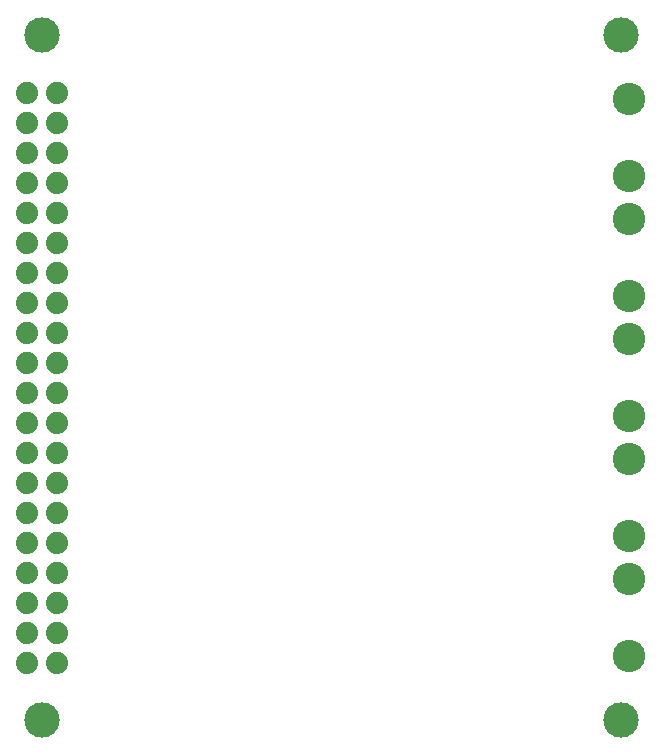
<source format=gbr>
G04 EAGLE Gerber RS-274X export*
G75*
%MOMM*%
%FSLAX34Y34*%
%LPD*%
%INSoldermask Bottom*%
%IPPOS*%
%AMOC8*
5,1,8,0,0,1.08239X$1,22.5*%
G01*
%ADD10C,2.743200*%
%ADD11C,3.003200*%
%ADD12C,1.879600*%


D10*
X537210Y292620D03*
X537210Y357620D03*
X537210Y495820D03*
X537210Y560820D03*
X537210Y394220D03*
X537210Y459220D03*
X537210Y191020D03*
X537210Y256020D03*
D11*
X530150Y615240D03*
X40150Y615240D03*
X40150Y35240D03*
X530150Y35240D03*
D12*
X52850Y566540D03*
X27450Y566540D03*
X52850Y541140D03*
X27450Y541140D03*
X52850Y515740D03*
X27450Y515740D03*
X52850Y490340D03*
X27450Y490340D03*
X52850Y464940D03*
X27450Y464940D03*
X52850Y439540D03*
X27450Y439540D03*
X52850Y414140D03*
X27450Y414140D03*
X52850Y388740D03*
X27450Y388740D03*
X52850Y363340D03*
X27450Y363340D03*
X52850Y337940D03*
X27450Y337940D03*
X52850Y312540D03*
X27450Y312540D03*
X52850Y287140D03*
X27450Y287140D03*
X52850Y261740D03*
X27450Y261740D03*
X52850Y236340D03*
X27450Y236340D03*
X52850Y210940D03*
X27450Y210940D03*
X52850Y185540D03*
X27450Y185540D03*
X52850Y160140D03*
X27450Y160140D03*
X52850Y134740D03*
X27450Y134740D03*
X52850Y109340D03*
X27450Y109340D03*
X52850Y83940D03*
X27450Y83940D03*
D10*
X537210Y89420D03*
X537210Y154420D03*
M02*

</source>
